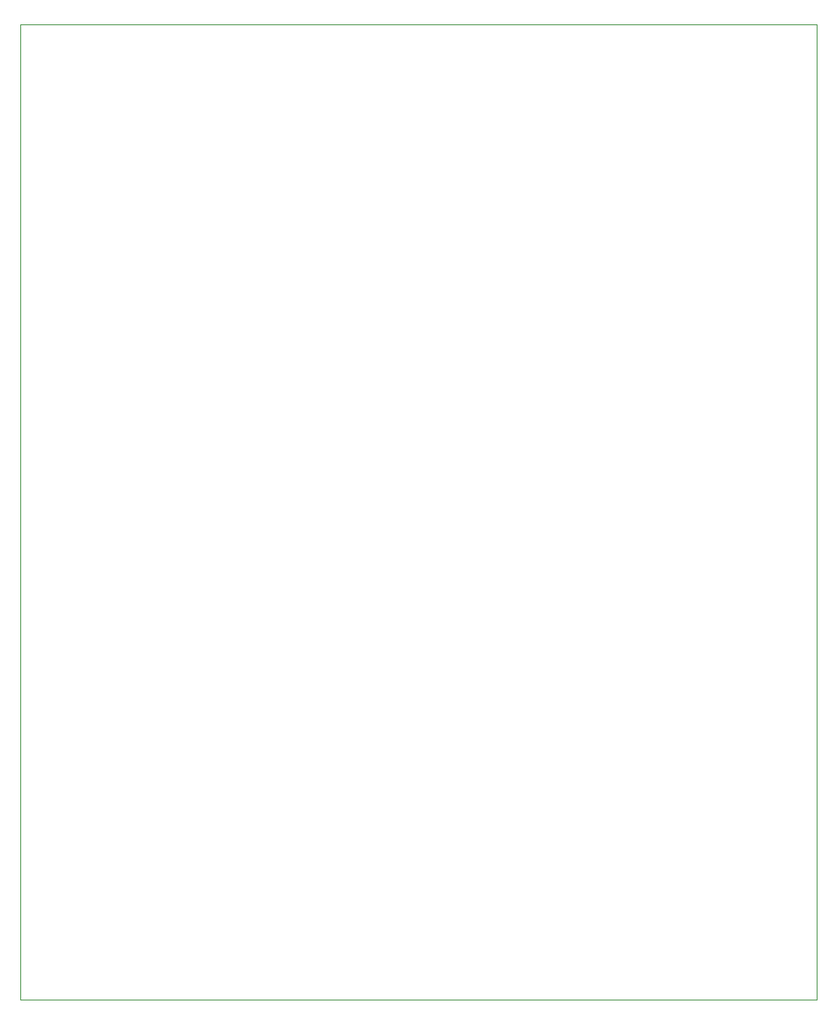
<source format=gbr>
%TF.GenerationSoftware,KiCad,Pcbnew,(5.1.10)-1*%
%TF.CreationDate,2022-11-16T11:33:56-08:00*%
%TF.ProjectId,XYFaces,58594661-6365-4732-9e6b-696361645f70,1.0*%
%TF.SameCoordinates,Original*%
%TF.FileFunction,Profile,NP*%
%FSLAX46Y46*%
G04 Gerber Fmt 4.6, Leading zero omitted, Abs format (unit mm)*
G04 Created by KiCad (PCBNEW (5.1.10)-1) date 2022-11-16 11:33:56*
%MOMM*%
%LPD*%
G01*
G04 APERTURE LIST*
%TA.AperFunction,Profile*%
%ADD10C,0.050000*%
%TD*%
G04 APERTURE END LIST*
D10*
X175800000Y-141400000D02*
X175800000Y-41400000D01*
X92800000Y-39800000D02*
X92800000Y-41400000D01*
X175800000Y-39800000D02*
X175800000Y-41400000D01*
X92800000Y-39800000D02*
X175800000Y-39800000D01*
X92800000Y-141400000D02*
X175800000Y-141400000D01*
X92800000Y-41400000D02*
X92800000Y-141400000D01*
M02*

</source>
